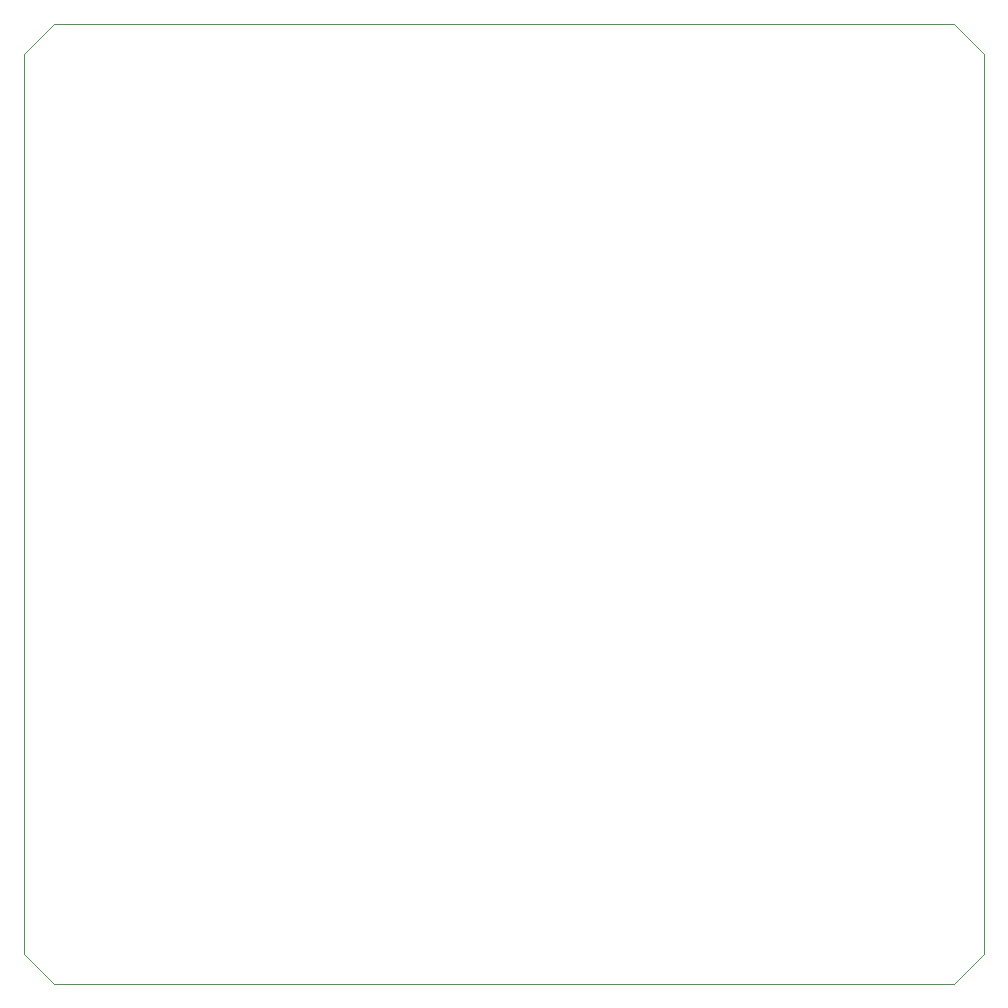
<source format=gbr>
%TF.GenerationSoftware,KiCad,Pcbnew,9.0.7*%
%TF.CreationDate,2026-02-11T09:08:59+09:00*%
%TF.ProjectId,pico-with-ken-interface,7069636f-2d77-4697-9468-2d6b656e2d69,rev?*%
%TF.SameCoordinates,Original*%
%TF.FileFunction,Profile,NP*%
%FSLAX46Y46*%
G04 Gerber Fmt 4.6, Leading zero omitted, Abs format (unit mm)*
G04 Created by KiCad (PCBNEW 9.0.7) date 2026-02-11 09:08:59*
%MOMM*%
%LPD*%
G01*
G04 APERTURE LIST*
%TA.AperFunction,Profile*%
%ADD10C,0.050000*%
%TD*%
G04 APERTURE END LIST*
D10*
X139700000Y-118110000D02*
X139700000Y-41910000D01*
X137160000Y-39370000D02*
X139700000Y-41910000D01*
X58420000Y-41910000D02*
X58420000Y-118110000D01*
X60960000Y-39370000D02*
X58420000Y-41910000D01*
X58420000Y-118110000D02*
X60960000Y-120650000D01*
X60960000Y-39370000D02*
X137160000Y-39370000D01*
X139700000Y-118110000D02*
X137160000Y-120650000D01*
X60960000Y-120650000D02*
X137160000Y-120650000D01*
M02*

</source>
